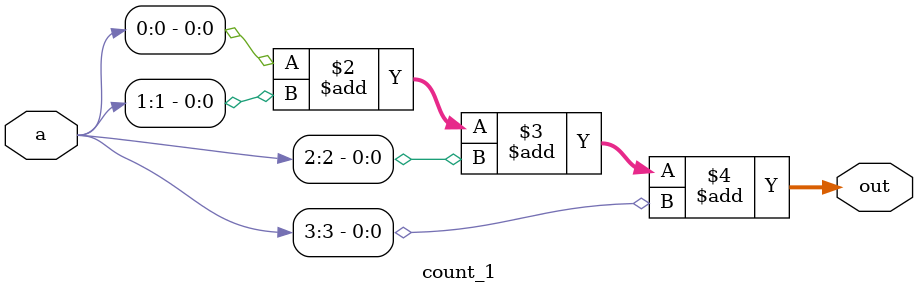
<source format=sv>
module count_1 (
  input logic [3:0] a,
  output logic [2:0] out
);
    always_comb begin
	    out = a[0] + a[1] + a[2] + a[3];
    end
endmodule

</source>
